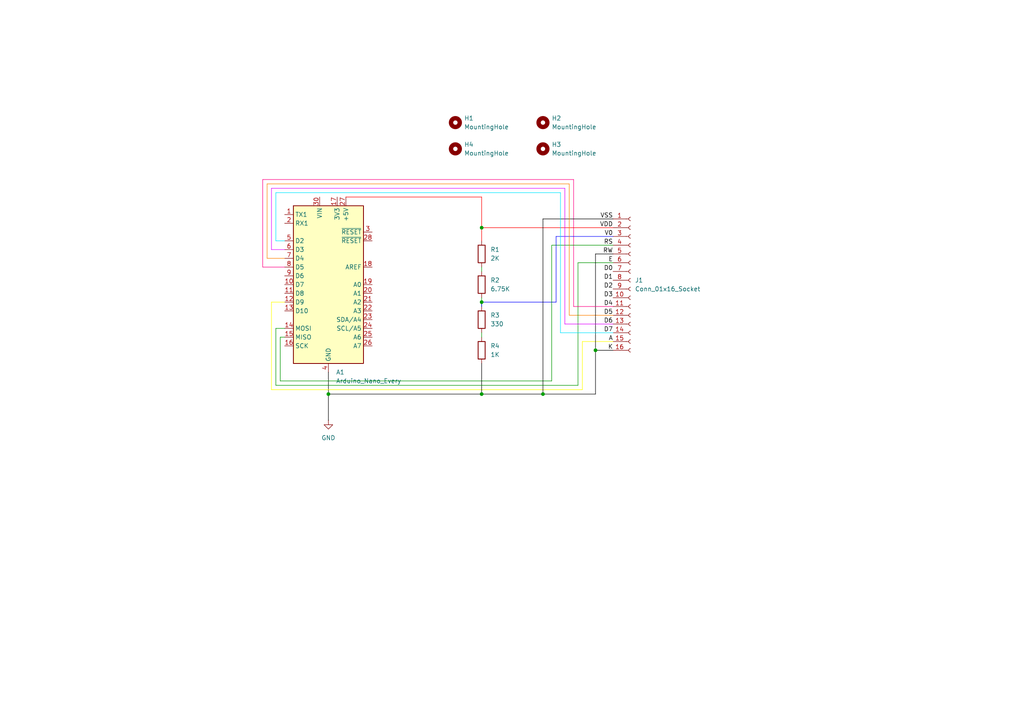
<source format=kicad_sch>
(kicad_sch (version 20231120) (generator "eeschema") (generator_version "8.0")
  (paper "A4")
  (lib_symbols
    (symbol "Connector:Conn_01x16_Socket" (pin_names (offset 1.016) hide)
      (property "Reference" "J" (at 0 20.32 0))
      (property "Value" "Conn_01x16_Socket" (at 0 -22.86 0))
      (symbol "Conn_01x16_Socket_1_1"
        (arc (start 0 -19.812) (mid -0.5058 -20.32) (end 0 -20.828) (stroke (width 0.1524)))
        (arc (start 0 -17.272) (mid -0.5058 -17.78) (end 0 -18.288) (stroke (width 0.1524)))
        (arc (start 0 -14.732) (mid -0.5058 -15.24) (end 0 -15.748) (stroke (width 0.1524)))
        (arc (start 0 -12.192) (mid -0.5058 -12.7) (end 0 -13.208) (stroke (width 0.1524)))
        (arc (start 0 -9.652) (mid -0.5058 -10.16) (end 0 -10.668) (stroke (width 0.1524)))
        (arc (start 0 -7.112) (mid -0.5058 -7.62) (end 0 -8.128) (stroke (width 0.1524)))
        (arc (start 0 -4.572) (mid -0.5058 -5.08) (end 0 -5.588) (stroke (width 0.1524)))
        (arc (start 0 -2.032) (mid -0.5058 -2.54) (end 0 -3.048) (stroke (width 0.1524)))
        (polyline (pts (xy -1.27 -20.32) (xy -0.508 -20.32)) (stroke (width 0.1524)))
        (polyline (pts (xy -1.27 -17.78) (xy -0.508 -17.78)) (stroke (width 0.1524)))
        (polyline (pts (xy -1.27 -15.24) (xy -0.508 -15.24)) (stroke (width 0.1524)))
        (polyline (pts (xy -1.27 -12.7) (xy -0.508 -12.7)) (stroke (width 0.1524)))
        (polyline (pts (xy -1.27 -10.16) (xy -0.508 -10.16)) (stroke (width 0.1524)))
        (polyline (pts (xy -1.27 -7.62) (xy -0.508 -7.62)) (stroke (width 0.1524)))
        (polyline (pts (xy -1.27 -5.08) (xy -0.508 -5.08)) (stroke (width 0.1524)))
        (polyline (pts (xy -1.27 -2.54) (xy -0.508 -2.54)) (stroke (width 0.1524)))
        (polyline (pts (xy -1.27 0) (xy -0.508 0)) (stroke (width 0.1524)))
        (polyline (pts (xy -1.27 2.54) (xy -0.508 2.54)) (stroke (width 0.1524)))
        (polyline (pts (xy -1.27 5.08) (xy -0.508 5.08)) (stroke (width 0.1524)))
        (polyline (pts (xy -1.27 7.62) (xy -0.508 7.62)) (stroke (width 0.1524)))
        (polyline (pts (xy -1.27 10.16) (xy -0.508 10.16)) (stroke (width 0.1524)))
        (polyline (pts (xy -1.27 12.7) (xy -0.508 12.7)) (stroke (width 0.1524)))
        (polyline (pts (xy -1.27 15.24) (xy -0.508 15.24)) (stroke (width 0.1524)))
        (polyline (pts (xy -1.27 17.78) (xy -0.508 17.78)) (stroke (width 0.1524)))
        (arc (start 0 0.508) (mid -0.5058 0) (end 0 -0.508) (stroke (width 0.1524)))
        (arc (start 0 3.048) (mid -0.5058 2.54) (end 0 2.032) (stroke (width 0.1524)))
        (arc (start 0 5.588) (mid -0.5058 5.08) (end 0 4.572) (stroke (width 0.1524)))
        (arc (start 0 8.128) (mid -0.5058 7.62) (end 0 7.112) (stroke (width 0.1524)))
        (arc (start 0 10.668) (mid -0.5058 10.16) (end 0 9.652) (stroke (width 0.1524)))
        (arc (start 0 13.208) (mid -0.5058 12.7) (end 0 12.192) (stroke (width 0.1524)))
        (arc (start 0 15.748) (mid -0.5058 15.24) (end 0 14.732) (stroke (width 0.1524)))
        (arc (start 0 18.288) (mid -0.5058 17.78) (end 0 17.272) (stroke (width 0.1524)))
        (pin passive line (at -5.08 17.78 0) (length 3.81) (name "Pin_1") (number "1"))
        (pin passive line (at -5.08 -5.08 0) (length 3.81) (name "Pin_10") (number "10"))
        (pin passive line (at -5.08 -7.62 0) (length 3.81) (name "Pin_11") (number "11"))
        (pin passive line (at -5.08 -10.16 0) (length 3.81) (name "Pin_12") (number "12"))
        (pin passive line (at -5.08 -12.7 0) (length 3.81) (name "Pin_13") (number "13"))
        (pin passive line (at -5.08 -15.24 0) (length 3.81) (name "Pin_14") (number "14"))
        (pin passive line (at -5.08 -17.78 0) (length 3.81) (name "Pin_15") (number "15"))
        (pin passive line (at -5.08 -20.32 0) (length 3.81) (name "Pin_16") (number "16"))
        (pin passive line (at -5.08 15.24 0) (length 3.81) (name "Pin_2") (number "2"))
        (pin passive line (at -5.08 12.7 0) (length 3.81) (name "Pin_3") (number "3"))
        (pin passive line (at -5.08 10.16 0) (length 3.81) (name "Pin_4") (number "4"))
        (pin passive line (at -5.08 7.62 0) (length 3.81) (name "Pin_5") (number "5"))
        (pin passive line (at -5.08 5.08 0) (length 3.81) (name "Pin_6") (number "6"))
        (pin passive line (at -5.08 2.54 0) (length 3.81) (name "Pin_7") (number "7"))
        (pin passive line (at -5.08 0 0) (length 3.81) (name "Pin_8") (number "8"))
        (pin passive line (at -5.08 -2.54 0) (length 3.81) (name "Pin_9") (number "9"))
      )
    )
    (symbol "Device:R" (pin_numbers hide) (pin_names (offset 0))
      (property "Reference" "R" (at 2.032 0 90))
      (property "Value" "R" (at 0 0 90))
      (symbol "R_0_1"
        (rectangle (start -1.016 -2.54) (end 1.016 2.54) (stroke (width 0.254)))
      )
      (symbol "R_1_1"
        (pin passive line (at 0 3.81 270) (length 1.27) (name "~") (number "1"))
        (pin passive line (at 0 -3.81 90) (length 1.27) (name "~") (number "2"))
      )
    )
    (symbol "MCU_Module:Arduino_Nano_Every"
      (property "Reference" "A" (at -10.16 23.495 0))
      (property "Value" "Arduino_Nano_Every" (at 5.08 -24.13 0))
      (symbol "Arduino_Nano_Every_0_1"
        (rectangle (start -10.16 22.86) (end 10.16 -22.86) (stroke (width 0.254)) (fill (type background)))
      )
      (symbol "Arduino_Nano_Every_1_1"
        (pin bidirectional line (at -12.7 20.32 0) (length 2.54) (name "TX1") (number "1"))
        (pin bidirectional line (at -12.7 0 0) (length 2.54) (name "D7") (number "10"))
        (pin bidirectional line (at -12.7 -2.54 0) (length 2.54) (name "D8") (number "11"))
        (pin bidirectional line (at -12.7 -5.08 0) (length 2.54) (name "D9") (number "12"))
        (pin bidirectional line (at -12.7 -7.62 0) (length 2.54) (name "D10") (number "13"))
        (pin bidirectional line (at -12.7 -12.7 0) (length 2.54) (name "MOSI") (number "14"))
        (pin bidirectional line (at -12.7 -15.24 0) (length 2.54) (name "MISO") (number "15"))
        (pin bidirectional line (at -12.7 -17.78 0) (length 2.54) (name "SCK") (number "16"))
        (pin power_out line (at 2.54 25.4 270) (length 2.54) (name "3V3") (number "17"))
        (pin input line (at 12.7 5.08 180) (length 2.54) (name "AREF") (number "18"))
        (pin bidirectional line (at 12.7 0 180) (length 2.54) (name "A0") (number "19"))
        (pin bidirectional line (at -12.7 17.78 0) (length 2.54) (name "RX1") (number "2"))
        (pin bidirectional line (at 12.7 -2.54 180) (length 2.54) (name "A1") (number "20"))
        (pin bidirectional line (at 12.7 -5.08 180) (length 2.54) (name "A2") (number "21"))
        (pin bidirectional line (at 12.7 -7.62 180) (length 2.54) (name "A3") (number "22"))
        (pin bidirectional line (at 12.7 -10.16 180) (length 2.54) (name "SDA/A4") (number "23"))
        (pin bidirectional line (at 12.7 -12.7 180) (length 2.54) (name "SCL/A5") (number "24"))
        (pin bidirectional line (at 12.7 -15.24 180) (length 2.54) (name "A6") (number "25"))
        (pin bidirectional line (at 12.7 -17.78 180) (length 2.54) (name "A7") (number "26"))
        (pin power_out line (at 5.08 25.4 270) (length 2.54) (name "+5V") (number "27"))
        (pin input line (at 12.7 12.7 180) (length 2.54) (name "~{RESET}") (number "28"))
        (pin passive line (at 0 -25.4 90) (length 2.54) hide (name "GND") (number "29"))
        (pin input line (at 12.7 15.24 180) (length 2.54) (name "~{RESET}") (number "3"))
        (pin power_in line (at -2.54 25.4 270) (length 2.54) (name "VIN") (number "30"))
        (pin power_in line (at 0 -25.4 90) (length 2.54) (name "GND") (number "4"))
        (pin bidirectional line (at -12.7 12.7 0) (length 2.54) (name "D2") (number "5"))
        (pin bidirectional line (at -12.7 10.16 0) (length 2.54) (name "D3") (number "6"))
        (pin bidirectional line (at -12.7 7.62 0) (length 2.54) (name "D4") (number "7"))
        (pin bidirectional line (at -12.7 5.08 0) (length 2.54) (name "D5") (number "8"))
        (pin bidirectional line (at -12.7 2.54 0) (length 2.54) (name "D6") (number "9"))
      )
    )
    (symbol "Mechanical:MountingHole" (pin_names (offset 1.016)) (exclude_from_sim yes) (in_bom no)
      (property "Reference" "H" (at 0 5.08 0))
      (property "Value" "MountingHole" (at 0 3.175 0))
      (symbol "MountingHole_0_1"
        (circle (center 0 0) (radius 1.27) (stroke (width 1.27)))
      )
    )
    (symbol "power:GND" (power) (pin_numbers hide) (pin_names (offset 0) hide)
      (property "Value" "GND" (at 0 -3.81 0))
      (symbol "GND_0_1"
        (polyline (pts (xy 0 0) (xy 0 -1.27) (xy 1.27 -1.27) (xy 0 -2.54) (xy -1.27 -1.27) (xy 0 -1.27)))
      )
      (symbol "GND_1_1"
        (pin power_in line (at 0 0 270) (length 0) (name "~") (number "1"))
      )
    )
  )
  (junction (at 139.7 114.3))
  (junction (at 157.48 114.3))
  (junction (at 172.72 101.6))
  (junction (at 139.7 66.04))
  (junction (at 139.7 87.63))
  (junction (at 95.25 114.3))
  (wire (pts (xy 166.37 88.9) (xy 166.37 52.07)) (stroke (width 0) (color 255 0 131 1)))
  (wire (pts (xy 177.8 91.44) (xy 165.1 91.44)) (stroke (width 0) (color 255 129 5 1)))
  (wire (pts (xy 139.7 96.52) (xy 139.7 97.79)))
  (wire (pts (xy 139.7 66.04) (xy 139.7 69.85)) (stroke (width 0) (color 255 0 0 1)))
  (wire (pts (xy 167.64 111.76) (xy 80.01 111.76)))
  (wire (pts (xy 162.56 55.88) (xy 80.01 55.88)) (stroke (width 0) (color 0 228 255 1)))
  (wire (pts (xy 76.2 52.07) (xy 76.2 77.47)) (stroke (width 0) (color 255 0 131 1)))
  (wire (pts (xy 177.8 101.6) (xy 172.72 101.6)) (stroke (width 0) (color 0 0 1 1)))
  (wire (pts (xy 172.72 114.3) (xy 157.48 114.3)) (stroke (width 0) (color 0 0 1 1)))
  (wire (pts (xy 168.91 113.03) (xy 168.91 99.06)) (stroke (width 0) (color 255 255 0 1)))
  (wire (pts (xy 139.7 87.63) (xy 139.7 88.9)) (stroke (width 0) (color 0 0 255 1)))
  (wire (pts (xy 76.2 77.47) (xy 82.55 77.47)) (stroke (width 0) (color 255 0 131 1)))
  (wire (pts (xy 161.29 68.58) (xy 177.8 68.58)) (stroke (width 0) (color 0 0 255 1)))
  (wire (pts (xy 166.37 52.07) (xy 76.2 52.07)) (stroke (width 0) (color 255 0 131 1)))
  (wire (pts (xy 139.7 86.36) (xy 139.7 87.63)))
  (wire (pts (xy 177.8 73.66) (xy 172.72 73.66)) (stroke (width 0) (color 0 0 1 1)))
  (wire (pts (xy 80.01 69.85) (xy 82.55 69.85)) (stroke (width 0) (color 0 228 255 1)))
  (wire (pts (xy 139.7 105.41) (xy 139.7 114.3)) (stroke (width 0) (color 0 0 1 1)))
  (wire (pts (xy 80.01 111.76) (xy 80.01 95.25)))
  (wire (pts (xy 177.8 88.9) (xy 166.37 88.9)) (stroke (width 0) (color 255 0 131 1)))
  (wire (pts (xy 168.91 99.06) (xy 177.8 99.06)) (stroke (width 0) (color 255 255 0 1)))
  (wire (pts (xy 139.7 57.15) (xy 139.7 66.04)) (stroke (width 0) (color 255 0 0 1)))
  (wire (pts (xy 163.83 54.61) (xy 78.74 54.61)) (stroke (width 0) (color 223 0 255 1)))
  (wire (pts (xy 81.28 97.79) (xy 81.28 110.49)))
  (wire (pts (xy 78.74 113.03) (xy 168.91 113.03)) (stroke (width 0) (color 255 255 0 1)))
  (wire (pts (xy 161.29 87.63) (xy 161.29 68.58)) (stroke (width 0) (color 0 0 255 1)))
  (wire (pts (xy 78.74 72.39) (xy 82.55 72.39)) (stroke (width 0) (color 223 0 255 1)))
  (wire (pts (xy 172.72 73.66) (xy 172.72 101.6)) (stroke (width 0) (color 0 0 1 1)))
  (wire (pts (xy 81.28 97.79) (xy 82.55 97.79)))
  (wire (pts (xy 80.01 55.88) (xy 80.01 69.85)) (stroke (width 0) (color 0 228 255 1)))
  (wire (pts (xy 80.01 95.25) (xy 82.55 95.25)))
  (wire (pts (xy 162.56 96.52) (xy 162.56 55.88)) (stroke (width 0) (color 0 228 255 1)))
  (wire (pts (xy 177.8 96.52) (xy 162.56 96.52)) (stroke (width 0) (color 0 228 255 1)))
  (wire (pts (xy 165.1 91.44) (xy 165.1 53.34)) (stroke (width 0) (color 255 129 5 1)))
  (wire (pts (xy 177.8 76.2) (xy 167.64 76.2)))
  (wire (pts (xy 95.25 114.3) (xy 139.7 114.3)) (stroke (width 0) (color 0 0 1 1)))
  (wire (pts (xy 95.25 114.3) (xy 95.25 121.92)) (stroke (width 0) (color 0 0 1 1)))
  (wire (pts (xy 139.7 77.47) (xy 139.7 78.74)))
  (wire (pts (xy 167.64 76.2) (xy 167.64 111.76)))
  (wire (pts (xy 139.7 114.3) (xy 157.48 114.3)) (stroke (width 0) (color 0 0 1 1)))
  (wire (pts (xy 77.47 53.34) (xy 77.47 74.93)) (stroke (width 0) (color 255 129 5 1)))
  (wire (pts (xy 139.7 87.63) (xy 139.7 88.9)))
  (wire (pts (xy 160.02 110.49) (xy 81.28 110.49)))
  (wire (pts (xy 177.8 93.98) (xy 163.83 93.98)) (stroke (width 0) (color 223 0 255 1)))
  (wire (pts (xy 78.74 87.63) (xy 82.55 87.63)) (stroke (width 0) (color 255 255 0 1)))
  (wire (pts (xy 157.48 63.5) (xy 177.8 63.5)) (stroke (width 0) (color 0 0 1 1)))
  (wire (pts (xy 78.74 54.61) (xy 78.74 72.39)) (stroke (width 0) (color 223 0 255 1)))
  (wire (pts (xy 78.74 113.03) (xy 78.74 87.63)) (stroke (width 0) (color 255 255 0 1)))
  (wire (pts (xy 77.47 74.93) (xy 82.55 74.93)) (stroke (width 0) (color 255 129 5 1)))
  (wire (pts (xy 157.48 63.5) (xy 157.48 114.3)) (stroke (width 0) (color 0 0 1 1)))
  (wire (pts (xy 160.02 71.12) (xy 160.02 110.49)))
  (wire (pts (xy 163.83 93.98) (xy 163.83 54.61)) (stroke (width 0) (color 223 0 255 1)))
  (wire (pts (xy 139.7 87.63) (xy 161.29 87.63)) (stroke (width 0) (color 0 0 255 1)))
  (wire (pts (xy 95.25 107.95) (xy 95.25 114.3)) (stroke (width 0) (color 0 0 1 1)))
  (wire (pts (xy 172.72 101.6) (xy 172.72 114.3)) (stroke (width 0) (color 0 0 1 1)))
  (wire (pts (xy 165.1 53.34) (xy 77.47 53.34)) (stroke (width 0) (color 255 129 5 1)))
  (wire (pts (xy 100.33 57.15) (xy 139.7 57.15)) (stroke (width 0) (color 255 0 0 1)))
  (wire (pts (xy 139.7 66.04) (xy 177.8 66.04)) (stroke (width 0) (color 255 0 0 1)))
  (wire (pts (xy 177.8 71.12) (xy 160.02 71.12)))
  (label "D5" (at 177.8 91.44 180))
  (label "D3" (at 177.8 86.36 180))
  (label "V0" (at 177.8 68.58 180))
  (label "VDD" (at 177.8 66.04 180))
  (label "RW" (at 177.8 73.66 180))
  (label "A" (at 177.8 99.06 180))
  (label "RS" (at 177.8 71.12 180))
  (label "K" (at 177.8 101.6 180))
  (label "D6" (at 177.8 93.98 180))
  (label "E" (at 177.8 76.2 180))
  (label "D2" (at 177.8 83.82 180))
  (label "VSS" (at 177.8 63.5 180))
  (label "D1" (at 177.8 81.28 180))
  (label "D7" (at 177.8 96.52 180))
  (label "D0" (at 177.8 78.74 180))
  (label "D4" (at 177.8 88.9 180))
  (symbol (lib_id "Mechanical:MountingHole") (at 132.08 43.18 0) (unit 1) (exclude_from_sim yes) (in_bom no)
    (property "Reference" "H4" (at 134.62 41.9099 0) (effects (justify left)))
    (property "Value" "MountingHole" (at 134.62 44.4499 0) (effects (justify left)))
    (property "Footprint" "MountingHole:MountingHole_3.7mm" (effects (hide yes)))
    (property "Description" "Mounting Hole without connection" (effects (hide yes)))
  )
  (symbol (lib_id "Mechanical:MountingHole") (at 132.08 35.56 0) (unit 1) (exclude_from_sim yes) (in_bom no)
    (property "Reference" "H1" (at 134.62 34.2899 0) (effects (justify left)))
    (property "Value" "MountingHole" (at 134.62 36.8299 0) (effects (justify left)))
    (property "Footprint" "MountingHole:MountingHole_3.7mm" (effects (hide yes)))
    (property "Description" "Mounting Hole without connection" (effects (hide yes)))
  )
  (symbol (lib_id "Device:R") (at 139.7 82.55 0) (unit 1)
    (property "Reference" "R2" (at 142.24 81.2799 0) (effects (justify left)))
    (property "Value" "6.75K" (at 142.24 83.8199 0) (effects (justify left)))
    (property "Footprint" "Resistor_THT:R_Axial_DIN0207_L6.3mm_D2.5mm_P5.08mm_Vertical" (effects (hide yes)))
    (property "Description" "Resistor" (effects (hide yes)))
  )
  (symbol (lib_id "Device:R") (at 139.7 101.6 0) (unit 1)
    (property "Reference" "R4" (at 142.24 100.3299 0) (effects (justify left)))
    (property "Value" "1K" (at 142.24 102.8699 0) (effects (justify left)))
    (property "Footprint" "Resistor_THT:R_Axial_DIN0207_L6.3mm_D2.5mm_P5.08mm_Vertical" (effects (hide yes)))
    (property "Description" "Resistor" (effects (hide yes)))
  )
  (symbol (lib_id "Mechanical:MountingHole") (at 157.48 43.18 0) (unit 1) (exclude_from_sim yes) (in_bom no)
    (property "Reference" "H3" (at 160.02 41.9099 0) (effects (justify left)))
    (property "Value" "MountingHole" (at 160.02 44.4499 0) (effects (justify left)))
    (property "Footprint" "MountingHole:MountingHole_3.7mm" (effects (hide yes)))
    (property "Description" "Mounting Hole without connection" (effects (hide yes)))
  )
  (symbol (lib_id "Device:R") (at 139.7 73.66 0) (unit 1)
    (property "Reference" "R1" (at 142.24 72.3899 0) (effects (justify left)))
    (property "Value" "2K" (at 142.24 74.9299 0) (effects (justify left)))
    (property "Footprint" "Resistor_THT:R_Axial_DIN0207_L6.3mm_D2.5mm_P5.08mm_Vertical" (effects (hide yes)))
    (property "Description" "Resistor" (effects (hide yes)))
  )
  (symbol (lib_id "MCU_Module:Arduino_Nano_Every") (at 95.25 82.55 0) (unit 1)
    (property "Reference" "A1" (at 97.4441 107.95 0) (effects (justify left)))
    (property "Value" "Arduino_Nano_Every" (at 97.4441 110.49 0) (effects (justify left)))
    (property "Footprint" "Module:Arduino_Nano" (effects (hide yes)))
    (property "Datasheet" "https://content.arduino.cc/assets/NANOEveryV3.0_sch.pdf" (effects (hide yes)))
    (property "Description" "Arduino Nano Every" (effects (hide yes)))
  )
  (symbol (lib_id "Connector:Conn_01x16_Socket") (at 182.88 81.28 0) (unit 1)
    (property "Reference" "J1" (at 184.15 81.2799 0) (effects (justify left)))
    (property "Value" "Conn_01x16_Socket" (at 184.15 83.8199 0) (effects (justify left)))
    (property "Footprint" "Connector_PinHeader_2.54mm:PinHeader_1x16_P2.54mm_Vertical" (effects (hide yes)))
    (property "Description" "Generic connector, single row, 01x16, script generated" (effects (hide yes)))
  )
  (symbol (lib_id "power:GND") (at 95.25 121.92 0) (unit 1)
    (property "Reference" "#PWR01" (effects (hide yes)))
    (property "Value" "GND" (at 95.25 127 0))
    (property "Description" "Power symbol creates a global label with name \"GND\" , ground" (effects (hide yes)))
  )
  (symbol (lib_id "Mechanical:MountingHole") (at 157.48 35.56 0) (unit 1) (exclude_from_sim yes) (in_bom no)
    (property "Reference" "H2" (at 160.02 34.2899 0) (effects (justify left)))
    (property "Value" "MountingHole" (at 160.02 36.8299 0) (effects (justify left)))
    (property "Footprint" "MountingHole:MountingHole_3.7mm" (effects (hide yes)))
    (property "Description" "Mounting Hole without connection" (effects (hide yes)))
  )
  (symbol (lib_id "Device:R") (at 139.7 92.71 0) (unit 1)
    (property "Reference" "R3" (at 142.24 91.4399 0) (effects (justify left)))
    (property "Value" "330" (at 142.24 93.9799 0) (effects (justify left)))
    (property "Footprint" "Resistor_THT:R_Axial_DIN0207_L6.3mm_D2.5mm_P5.08mm_Vertical" (effects (hide yes)))
    (property "Description" "Resistor" (effects (hide yes)))
  )
)
</source>
